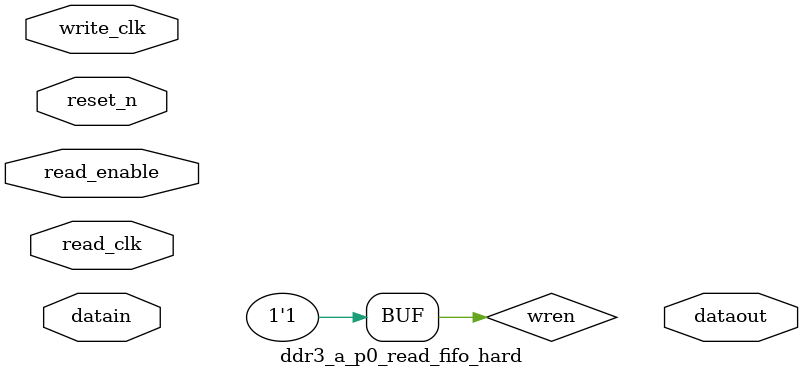
<source format=v>



`timescale 1 ps / 1 ps

module ddr3_a_p0_read_fifo_hard(
	write_clk,
	read_clk,
	read_enable,
	reset_n,
	datain,
	dataout
);

// ******************************************************************************************************************************** 
// BEGIN PARAMETER SECTION
// All parameters default to "" will have their values passed in from higher level wrapper with the controller and driver 

parameter DQ_GROUP_WIDTH = "";

localparam RATE_MULT = 2;


// END PARAMETER SECTION
// ******************************************************************************************************************************** 

input	write_clk;
input	read_clk;
input	read_enable;
input	reset_n;
input	[DQ_GROUP_WIDTH*2-1:0] datain;
output	[RATE_MULT*DQ_GROUP_WIDTH*2-1:0] dataout;


// ******************************************************************************************************************************** 
// Instantiate write-enable circuitry inside the DQS logic block
// ******************************************************************************************************************************** 

// The read_clk is expected to be a strobe that only toggles when there
// is valid data, so wren is tied to 1
wire wren = 1'b1;
	

// ******************************************************************************************************************************** 
// Instantiate read-enable circuitry inside the DQS logic block
// ******************************************************************************************************************************** 
wire read_enable_tmp;
wire plus2_tmp;
stratixv_read_fifo_read_enable fifo_read_enable (
	.re(read_enable),
	.rclk(),
	.plus2(1'b0), 
	.areset(),
	.reout (read_enable_tmp),
	.plus2out (plus2_tmp)
);
defparam fifo_read_enable.use_stalled_read_enable = "false";

// ******************************************************************************************************************************** 
// Instantiate hard read-fifo. 
// ******************************************************************************************************************************** 
generate
genvar dq_count;
	for (dq_count=0; dq_count<DQ_GROUP_WIDTH; dq_count=dq_count+1)
	begin:read_fifos
		// The datain bus is the read data for the current DQS group
		// coming out of the DDIO. Its width is 2x of each DQS group on the
		// memory interface. The bus is ordered by time slot:
		//
		// D0_T1, D0_T0
		//
		// The dataout bus is the read data going out of the FIFO. In FR, it has
		// the same width as datain. In HR, it 2x the datain width. The bus is
		// ordered by time slot.
		//
		// FR: D0_T1, D0_T0
		// HR: D0_T3, D0_T2, D0_T1, D0_T0
		stratixv_read_fifo fifo (
			.wclk(write_clk),
			.we(wren),
			.rclk(read_clk),
			.re(read_enable_tmp),
			.areset(~reset_n),
			.plus2(plus2_tmp),
			.datain({datain[dq_count], datain[dq_count + DQ_GROUP_WIDTH]}),
			.dataout({
					dataout[dq_count + (DQ_GROUP_WIDTH * 0)],
					dataout[dq_count + (DQ_GROUP_WIDTH * 1)],
					dataout[dq_count + (DQ_GROUP_WIDTH * 2)],
					dataout[dq_count + (DQ_GROUP_WIDTH * 3)]
								})
		);
		defparam fifo.use_half_rate_read = "true";
		defparam fifo.sim_wclk_pre_delay = 100;
	end
endgenerate

endmodule

</source>
